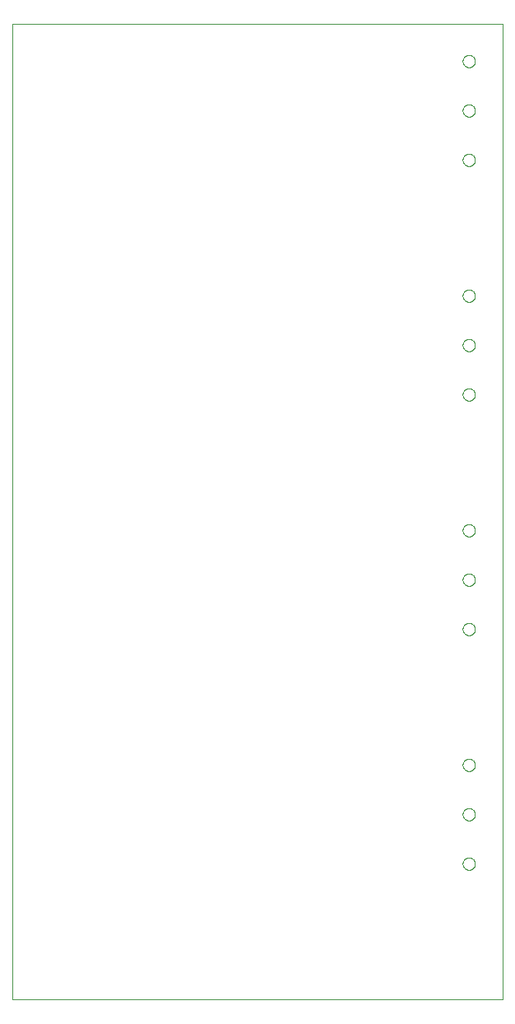
<source format=gbr>
G04 EAGLE Gerber RS-274X export*
G75*
%MOMM*%
%FSLAX34Y34*%
%LPD*%
%IN*%
%IPPOS*%
%AMOC8*
5,1,8,0,0,1.08239X$1,22.5*%
G01*
%ADD10C,0.000000*%


D10*
X431800Y0D02*
X936500Y0D01*
X936500Y1003200D01*
X431800Y1003200D01*
X431800Y0D01*
X895350Y965200D02*
X895352Y965359D01*
X895358Y965518D01*
X895368Y965676D01*
X895382Y965835D01*
X895400Y965993D01*
X895421Y966150D01*
X895447Y966307D01*
X895477Y966463D01*
X895510Y966619D01*
X895548Y966773D01*
X895589Y966927D01*
X895634Y967079D01*
X895683Y967230D01*
X895736Y967380D01*
X895792Y967529D01*
X895853Y967676D01*
X895916Y967821D01*
X895984Y967965D01*
X896055Y968108D01*
X896129Y968248D01*
X896207Y968386D01*
X896289Y968523D01*
X896374Y968657D01*
X896462Y968790D01*
X896553Y968920D01*
X896648Y969047D01*
X896746Y969172D01*
X896847Y969295D01*
X896951Y969415D01*
X897058Y969533D01*
X897168Y969648D01*
X897281Y969760D01*
X897396Y969869D01*
X897514Y969975D01*
X897635Y970079D01*
X897759Y970179D01*
X897884Y970276D01*
X898013Y970370D01*
X898143Y970460D01*
X898276Y970548D01*
X898411Y970632D01*
X898548Y970712D01*
X898687Y970790D01*
X898828Y970863D01*
X898970Y970933D01*
X899115Y971000D01*
X899261Y971063D01*
X899408Y971122D01*
X899557Y971178D01*
X899708Y971229D01*
X899859Y971277D01*
X900012Y971321D01*
X900166Y971362D01*
X900320Y971398D01*
X900476Y971431D01*
X900632Y971460D01*
X900789Y971484D01*
X900947Y971505D01*
X901105Y971522D01*
X901263Y971535D01*
X901422Y971544D01*
X901581Y971549D01*
X901740Y971550D01*
X901899Y971547D01*
X902057Y971540D01*
X902216Y971529D01*
X902374Y971514D01*
X902532Y971495D01*
X902689Y971472D01*
X902846Y971446D01*
X903002Y971415D01*
X903157Y971381D01*
X903311Y971342D01*
X903465Y971300D01*
X903617Y971254D01*
X903768Y971204D01*
X903917Y971150D01*
X904066Y971093D01*
X904212Y971032D01*
X904358Y970967D01*
X904501Y970899D01*
X904643Y970827D01*
X904783Y970751D01*
X904921Y970673D01*
X905057Y970590D01*
X905191Y970505D01*
X905322Y970416D01*
X905452Y970323D01*
X905579Y970228D01*
X905703Y970129D01*
X905826Y970027D01*
X905945Y969923D01*
X906062Y969815D01*
X906176Y969704D01*
X906287Y969591D01*
X906396Y969475D01*
X906501Y969356D01*
X906604Y969234D01*
X906703Y969110D01*
X906800Y968984D01*
X906893Y968855D01*
X906983Y968724D01*
X907069Y968590D01*
X907152Y968455D01*
X907232Y968317D01*
X907308Y968178D01*
X907381Y968037D01*
X907450Y967894D01*
X907516Y967749D01*
X907578Y967602D01*
X907636Y967455D01*
X907691Y967305D01*
X907742Y967155D01*
X907789Y967003D01*
X907832Y966850D01*
X907871Y966696D01*
X907907Y966541D01*
X907938Y966385D01*
X907966Y966229D01*
X907990Y966072D01*
X908010Y965914D01*
X908026Y965756D01*
X908038Y965597D01*
X908046Y965438D01*
X908050Y965279D01*
X908050Y965121D01*
X908046Y964962D01*
X908038Y964803D01*
X908026Y964644D01*
X908010Y964486D01*
X907990Y964328D01*
X907966Y964171D01*
X907938Y964015D01*
X907907Y963859D01*
X907871Y963704D01*
X907832Y963550D01*
X907789Y963397D01*
X907742Y963245D01*
X907691Y963095D01*
X907636Y962945D01*
X907578Y962798D01*
X907516Y962651D01*
X907450Y962506D01*
X907381Y962363D01*
X907308Y962222D01*
X907232Y962083D01*
X907152Y961945D01*
X907069Y961810D01*
X906983Y961676D01*
X906893Y961545D01*
X906800Y961416D01*
X906703Y961290D01*
X906604Y961166D01*
X906501Y961044D01*
X906396Y960925D01*
X906287Y960809D01*
X906176Y960696D01*
X906062Y960585D01*
X905945Y960477D01*
X905826Y960373D01*
X905703Y960271D01*
X905579Y960172D01*
X905452Y960077D01*
X905322Y959984D01*
X905191Y959895D01*
X905057Y959810D01*
X904921Y959727D01*
X904783Y959649D01*
X904643Y959573D01*
X904501Y959501D01*
X904358Y959433D01*
X904212Y959368D01*
X904066Y959307D01*
X903917Y959250D01*
X903768Y959196D01*
X903617Y959146D01*
X903465Y959100D01*
X903311Y959058D01*
X903157Y959019D01*
X903002Y958985D01*
X902846Y958954D01*
X902689Y958928D01*
X902532Y958905D01*
X902374Y958886D01*
X902216Y958871D01*
X902057Y958860D01*
X901899Y958853D01*
X901740Y958850D01*
X901581Y958851D01*
X901422Y958856D01*
X901263Y958865D01*
X901105Y958878D01*
X900947Y958895D01*
X900789Y958916D01*
X900632Y958940D01*
X900476Y958969D01*
X900320Y959002D01*
X900166Y959038D01*
X900012Y959079D01*
X899859Y959123D01*
X899708Y959171D01*
X899557Y959222D01*
X899408Y959278D01*
X899261Y959337D01*
X899115Y959400D01*
X898970Y959467D01*
X898828Y959537D01*
X898687Y959610D01*
X898548Y959688D01*
X898411Y959768D01*
X898276Y959852D01*
X898143Y959940D01*
X898013Y960030D01*
X897884Y960124D01*
X897759Y960221D01*
X897635Y960321D01*
X897514Y960425D01*
X897396Y960531D01*
X897281Y960640D01*
X897168Y960752D01*
X897058Y960867D01*
X896951Y960985D01*
X896847Y961105D01*
X896746Y961228D01*
X896648Y961353D01*
X896553Y961480D01*
X896462Y961610D01*
X896374Y961743D01*
X896289Y961877D01*
X896207Y962014D01*
X896129Y962152D01*
X896055Y962292D01*
X895984Y962435D01*
X895916Y962579D01*
X895853Y962724D01*
X895792Y962871D01*
X895736Y963020D01*
X895683Y963170D01*
X895634Y963321D01*
X895589Y963473D01*
X895548Y963627D01*
X895510Y963781D01*
X895477Y963937D01*
X895447Y964093D01*
X895421Y964250D01*
X895400Y964407D01*
X895382Y964565D01*
X895368Y964724D01*
X895358Y964882D01*
X895352Y965041D01*
X895350Y965200D01*
X895350Y914400D02*
X895352Y914559D01*
X895358Y914718D01*
X895368Y914876D01*
X895382Y915035D01*
X895400Y915193D01*
X895421Y915350D01*
X895447Y915507D01*
X895477Y915663D01*
X895510Y915819D01*
X895548Y915973D01*
X895589Y916127D01*
X895634Y916279D01*
X895683Y916430D01*
X895736Y916580D01*
X895792Y916729D01*
X895853Y916876D01*
X895916Y917021D01*
X895984Y917165D01*
X896055Y917308D01*
X896129Y917448D01*
X896207Y917586D01*
X896289Y917723D01*
X896374Y917857D01*
X896462Y917990D01*
X896553Y918120D01*
X896648Y918247D01*
X896746Y918372D01*
X896847Y918495D01*
X896951Y918615D01*
X897058Y918733D01*
X897168Y918848D01*
X897281Y918960D01*
X897396Y919069D01*
X897514Y919175D01*
X897635Y919279D01*
X897759Y919379D01*
X897884Y919476D01*
X898013Y919570D01*
X898143Y919660D01*
X898276Y919748D01*
X898411Y919832D01*
X898548Y919912D01*
X898687Y919990D01*
X898828Y920063D01*
X898970Y920133D01*
X899115Y920200D01*
X899261Y920263D01*
X899408Y920322D01*
X899557Y920378D01*
X899708Y920429D01*
X899859Y920477D01*
X900012Y920521D01*
X900166Y920562D01*
X900320Y920598D01*
X900476Y920631D01*
X900632Y920660D01*
X900789Y920684D01*
X900947Y920705D01*
X901105Y920722D01*
X901263Y920735D01*
X901422Y920744D01*
X901581Y920749D01*
X901740Y920750D01*
X901899Y920747D01*
X902057Y920740D01*
X902216Y920729D01*
X902374Y920714D01*
X902532Y920695D01*
X902689Y920672D01*
X902846Y920646D01*
X903002Y920615D01*
X903157Y920581D01*
X903311Y920542D01*
X903465Y920500D01*
X903617Y920454D01*
X903768Y920404D01*
X903917Y920350D01*
X904066Y920293D01*
X904212Y920232D01*
X904358Y920167D01*
X904501Y920099D01*
X904643Y920027D01*
X904783Y919951D01*
X904921Y919873D01*
X905057Y919790D01*
X905191Y919705D01*
X905322Y919616D01*
X905452Y919523D01*
X905579Y919428D01*
X905703Y919329D01*
X905826Y919227D01*
X905945Y919123D01*
X906062Y919015D01*
X906176Y918904D01*
X906287Y918791D01*
X906396Y918675D01*
X906501Y918556D01*
X906604Y918434D01*
X906703Y918310D01*
X906800Y918184D01*
X906893Y918055D01*
X906983Y917924D01*
X907069Y917790D01*
X907152Y917655D01*
X907232Y917517D01*
X907308Y917378D01*
X907381Y917237D01*
X907450Y917094D01*
X907516Y916949D01*
X907578Y916802D01*
X907636Y916655D01*
X907691Y916505D01*
X907742Y916355D01*
X907789Y916203D01*
X907832Y916050D01*
X907871Y915896D01*
X907907Y915741D01*
X907938Y915585D01*
X907966Y915429D01*
X907990Y915272D01*
X908010Y915114D01*
X908026Y914956D01*
X908038Y914797D01*
X908046Y914638D01*
X908050Y914479D01*
X908050Y914321D01*
X908046Y914162D01*
X908038Y914003D01*
X908026Y913844D01*
X908010Y913686D01*
X907990Y913528D01*
X907966Y913371D01*
X907938Y913215D01*
X907907Y913059D01*
X907871Y912904D01*
X907832Y912750D01*
X907789Y912597D01*
X907742Y912445D01*
X907691Y912295D01*
X907636Y912145D01*
X907578Y911998D01*
X907516Y911851D01*
X907450Y911706D01*
X907381Y911563D01*
X907308Y911422D01*
X907232Y911283D01*
X907152Y911145D01*
X907069Y911010D01*
X906983Y910876D01*
X906893Y910745D01*
X906800Y910616D01*
X906703Y910490D01*
X906604Y910366D01*
X906501Y910244D01*
X906396Y910125D01*
X906287Y910009D01*
X906176Y909896D01*
X906062Y909785D01*
X905945Y909677D01*
X905826Y909573D01*
X905703Y909471D01*
X905579Y909372D01*
X905452Y909277D01*
X905322Y909184D01*
X905191Y909095D01*
X905057Y909010D01*
X904921Y908927D01*
X904783Y908849D01*
X904643Y908773D01*
X904501Y908701D01*
X904358Y908633D01*
X904212Y908568D01*
X904066Y908507D01*
X903917Y908450D01*
X903768Y908396D01*
X903617Y908346D01*
X903465Y908300D01*
X903311Y908258D01*
X903157Y908219D01*
X903002Y908185D01*
X902846Y908154D01*
X902689Y908128D01*
X902532Y908105D01*
X902374Y908086D01*
X902216Y908071D01*
X902057Y908060D01*
X901899Y908053D01*
X901740Y908050D01*
X901581Y908051D01*
X901422Y908056D01*
X901263Y908065D01*
X901105Y908078D01*
X900947Y908095D01*
X900789Y908116D01*
X900632Y908140D01*
X900476Y908169D01*
X900320Y908202D01*
X900166Y908238D01*
X900012Y908279D01*
X899859Y908323D01*
X899708Y908371D01*
X899557Y908422D01*
X899408Y908478D01*
X899261Y908537D01*
X899115Y908600D01*
X898970Y908667D01*
X898828Y908737D01*
X898687Y908810D01*
X898548Y908888D01*
X898411Y908968D01*
X898276Y909052D01*
X898143Y909140D01*
X898013Y909230D01*
X897884Y909324D01*
X897759Y909421D01*
X897635Y909521D01*
X897514Y909625D01*
X897396Y909731D01*
X897281Y909840D01*
X897168Y909952D01*
X897058Y910067D01*
X896951Y910185D01*
X896847Y910305D01*
X896746Y910428D01*
X896648Y910553D01*
X896553Y910680D01*
X896462Y910810D01*
X896374Y910943D01*
X896289Y911077D01*
X896207Y911214D01*
X896129Y911352D01*
X896055Y911492D01*
X895984Y911635D01*
X895916Y911779D01*
X895853Y911924D01*
X895792Y912071D01*
X895736Y912220D01*
X895683Y912370D01*
X895634Y912521D01*
X895589Y912673D01*
X895548Y912827D01*
X895510Y912981D01*
X895477Y913137D01*
X895447Y913293D01*
X895421Y913450D01*
X895400Y913607D01*
X895382Y913765D01*
X895368Y913924D01*
X895358Y914082D01*
X895352Y914241D01*
X895350Y914400D01*
X895350Y863600D02*
X895352Y863759D01*
X895358Y863918D01*
X895368Y864076D01*
X895382Y864235D01*
X895400Y864393D01*
X895421Y864550D01*
X895447Y864707D01*
X895477Y864863D01*
X895510Y865019D01*
X895548Y865173D01*
X895589Y865327D01*
X895634Y865479D01*
X895683Y865630D01*
X895736Y865780D01*
X895792Y865929D01*
X895853Y866076D01*
X895916Y866221D01*
X895984Y866365D01*
X896055Y866508D01*
X896129Y866648D01*
X896207Y866786D01*
X896289Y866923D01*
X896374Y867057D01*
X896462Y867190D01*
X896553Y867320D01*
X896648Y867447D01*
X896746Y867572D01*
X896847Y867695D01*
X896951Y867815D01*
X897058Y867933D01*
X897168Y868048D01*
X897281Y868160D01*
X897396Y868269D01*
X897514Y868375D01*
X897635Y868479D01*
X897759Y868579D01*
X897884Y868676D01*
X898013Y868770D01*
X898143Y868860D01*
X898276Y868948D01*
X898411Y869032D01*
X898548Y869112D01*
X898687Y869190D01*
X898828Y869263D01*
X898970Y869333D01*
X899115Y869400D01*
X899261Y869463D01*
X899408Y869522D01*
X899557Y869578D01*
X899708Y869629D01*
X899859Y869677D01*
X900012Y869721D01*
X900166Y869762D01*
X900320Y869798D01*
X900476Y869831D01*
X900632Y869860D01*
X900789Y869884D01*
X900947Y869905D01*
X901105Y869922D01*
X901263Y869935D01*
X901422Y869944D01*
X901581Y869949D01*
X901740Y869950D01*
X901899Y869947D01*
X902057Y869940D01*
X902216Y869929D01*
X902374Y869914D01*
X902532Y869895D01*
X902689Y869872D01*
X902846Y869846D01*
X903002Y869815D01*
X903157Y869781D01*
X903311Y869742D01*
X903465Y869700D01*
X903617Y869654D01*
X903768Y869604D01*
X903917Y869550D01*
X904066Y869493D01*
X904212Y869432D01*
X904358Y869367D01*
X904501Y869299D01*
X904643Y869227D01*
X904783Y869151D01*
X904921Y869073D01*
X905057Y868990D01*
X905191Y868905D01*
X905322Y868816D01*
X905452Y868723D01*
X905579Y868628D01*
X905703Y868529D01*
X905826Y868427D01*
X905945Y868323D01*
X906062Y868215D01*
X906176Y868104D01*
X906287Y867991D01*
X906396Y867875D01*
X906501Y867756D01*
X906604Y867634D01*
X906703Y867510D01*
X906800Y867384D01*
X906893Y867255D01*
X906983Y867124D01*
X907069Y866990D01*
X907152Y866855D01*
X907232Y866717D01*
X907308Y866578D01*
X907381Y866437D01*
X907450Y866294D01*
X907516Y866149D01*
X907578Y866002D01*
X907636Y865855D01*
X907691Y865705D01*
X907742Y865555D01*
X907789Y865403D01*
X907832Y865250D01*
X907871Y865096D01*
X907907Y864941D01*
X907938Y864785D01*
X907966Y864629D01*
X907990Y864472D01*
X908010Y864314D01*
X908026Y864156D01*
X908038Y863997D01*
X908046Y863838D01*
X908050Y863679D01*
X908050Y863521D01*
X908046Y863362D01*
X908038Y863203D01*
X908026Y863044D01*
X908010Y862886D01*
X907990Y862728D01*
X907966Y862571D01*
X907938Y862415D01*
X907907Y862259D01*
X907871Y862104D01*
X907832Y861950D01*
X907789Y861797D01*
X907742Y861645D01*
X907691Y861495D01*
X907636Y861345D01*
X907578Y861198D01*
X907516Y861051D01*
X907450Y860906D01*
X907381Y860763D01*
X907308Y860622D01*
X907232Y860483D01*
X907152Y860345D01*
X907069Y860210D01*
X906983Y860076D01*
X906893Y859945D01*
X906800Y859816D01*
X906703Y859690D01*
X906604Y859566D01*
X906501Y859444D01*
X906396Y859325D01*
X906287Y859209D01*
X906176Y859096D01*
X906062Y858985D01*
X905945Y858877D01*
X905826Y858773D01*
X905703Y858671D01*
X905579Y858572D01*
X905452Y858477D01*
X905322Y858384D01*
X905191Y858295D01*
X905057Y858210D01*
X904921Y858127D01*
X904783Y858049D01*
X904643Y857973D01*
X904501Y857901D01*
X904358Y857833D01*
X904212Y857768D01*
X904066Y857707D01*
X903917Y857650D01*
X903768Y857596D01*
X903617Y857546D01*
X903465Y857500D01*
X903311Y857458D01*
X903157Y857419D01*
X903002Y857385D01*
X902846Y857354D01*
X902689Y857328D01*
X902532Y857305D01*
X902374Y857286D01*
X902216Y857271D01*
X902057Y857260D01*
X901899Y857253D01*
X901740Y857250D01*
X901581Y857251D01*
X901422Y857256D01*
X901263Y857265D01*
X901105Y857278D01*
X900947Y857295D01*
X900789Y857316D01*
X900632Y857340D01*
X900476Y857369D01*
X900320Y857402D01*
X900166Y857438D01*
X900012Y857479D01*
X899859Y857523D01*
X899708Y857571D01*
X899557Y857622D01*
X899408Y857678D01*
X899261Y857737D01*
X899115Y857800D01*
X898970Y857867D01*
X898828Y857937D01*
X898687Y858010D01*
X898548Y858088D01*
X898411Y858168D01*
X898276Y858252D01*
X898143Y858340D01*
X898013Y858430D01*
X897884Y858524D01*
X897759Y858621D01*
X897635Y858721D01*
X897514Y858825D01*
X897396Y858931D01*
X897281Y859040D01*
X897168Y859152D01*
X897058Y859267D01*
X896951Y859385D01*
X896847Y859505D01*
X896746Y859628D01*
X896648Y859753D01*
X896553Y859880D01*
X896462Y860010D01*
X896374Y860143D01*
X896289Y860277D01*
X896207Y860414D01*
X896129Y860552D01*
X896055Y860692D01*
X895984Y860835D01*
X895916Y860979D01*
X895853Y861124D01*
X895792Y861271D01*
X895736Y861420D01*
X895683Y861570D01*
X895634Y861721D01*
X895589Y861873D01*
X895548Y862027D01*
X895510Y862181D01*
X895477Y862337D01*
X895447Y862493D01*
X895421Y862650D01*
X895400Y862807D01*
X895382Y862965D01*
X895368Y863124D01*
X895358Y863282D01*
X895352Y863441D01*
X895350Y863600D01*
X895350Y723900D02*
X895352Y724059D01*
X895358Y724218D01*
X895368Y724376D01*
X895382Y724535D01*
X895400Y724693D01*
X895421Y724850D01*
X895447Y725007D01*
X895477Y725163D01*
X895510Y725319D01*
X895548Y725473D01*
X895589Y725627D01*
X895634Y725779D01*
X895683Y725930D01*
X895736Y726080D01*
X895792Y726229D01*
X895853Y726376D01*
X895916Y726521D01*
X895984Y726665D01*
X896055Y726808D01*
X896129Y726948D01*
X896207Y727086D01*
X896289Y727223D01*
X896374Y727357D01*
X896462Y727490D01*
X896553Y727620D01*
X896648Y727747D01*
X896746Y727872D01*
X896847Y727995D01*
X896951Y728115D01*
X897058Y728233D01*
X897168Y728348D01*
X897281Y728460D01*
X897396Y728569D01*
X897514Y728675D01*
X897635Y728779D01*
X897759Y728879D01*
X897884Y728976D01*
X898013Y729070D01*
X898143Y729160D01*
X898276Y729248D01*
X898411Y729332D01*
X898548Y729412D01*
X898687Y729490D01*
X898828Y729563D01*
X898970Y729633D01*
X899115Y729700D01*
X899261Y729763D01*
X899408Y729822D01*
X899557Y729878D01*
X899708Y729929D01*
X899859Y729977D01*
X900012Y730021D01*
X900166Y730062D01*
X900320Y730098D01*
X900476Y730131D01*
X900632Y730160D01*
X900789Y730184D01*
X900947Y730205D01*
X901105Y730222D01*
X901263Y730235D01*
X901422Y730244D01*
X901581Y730249D01*
X901740Y730250D01*
X901899Y730247D01*
X902057Y730240D01*
X902216Y730229D01*
X902374Y730214D01*
X902532Y730195D01*
X902689Y730172D01*
X902846Y730146D01*
X903002Y730115D01*
X903157Y730081D01*
X903311Y730042D01*
X903465Y730000D01*
X903617Y729954D01*
X903768Y729904D01*
X903917Y729850D01*
X904066Y729793D01*
X904212Y729732D01*
X904358Y729667D01*
X904501Y729599D01*
X904643Y729527D01*
X904783Y729451D01*
X904921Y729373D01*
X905057Y729290D01*
X905191Y729205D01*
X905322Y729116D01*
X905452Y729023D01*
X905579Y728928D01*
X905703Y728829D01*
X905826Y728727D01*
X905945Y728623D01*
X906062Y728515D01*
X906176Y728404D01*
X906287Y728291D01*
X906396Y728175D01*
X906501Y728056D01*
X906604Y727934D01*
X906703Y727810D01*
X906800Y727684D01*
X906893Y727555D01*
X906983Y727424D01*
X907069Y727290D01*
X907152Y727155D01*
X907232Y727017D01*
X907308Y726878D01*
X907381Y726737D01*
X907450Y726594D01*
X907516Y726449D01*
X907578Y726302D01*
X907636Y726155D01*
X907691Y726005D01*
X907742Y725855D01*
X907789Y725703D01*
X907832Y725550D01*
X907871Y725396D01*
X907907Y725241D01*
X907938Y725085D01*
X907966Y724929D01*
X907990Y724772D01*
X908010Y724614D01*
X908026Y724456D01*
X908038Y724297D01*
X908046Y724138D01*
X908050Y723979D01*
X908050Y723821D01*
X908046Y723662D01*
X908038Y723503D01*
X908026Y723344D01*
X908010Y723186D01*
X907990Y723028D01*
X907966Y722871D01*
X907938Y722715D01*
X907907Y722559D01*
X907871Y722404D01*
X907832Y722250D01*
X907789Y722097D01*
X907742Y721945D01*
X907691Y721795D01*
X907636Y721645D01*
X907578Y721498D01*
X907516Y721351D01*
X907450Y721206D01*
X907381Y721063D01*
X907308Y720922D01*
X907232Y720783D01*
X907152Y720645D01*
X907069Y720510D01*
X906983Y720376D01*
X906893Y720245D01*
X906800Y720116D01*
X906703Y719990D01*
X906604Y719866D01*
X906501Y719744D01*
X906396Y719625D01*
X906287Y719509D01*
X906176Y719396D01*
X906062Y719285D01*
X905945Y719177D01*
X905826Y719073D01*
X905703Y718971D01*
X905579Y718872D01*
X905452Y718777D01*
X905322Y718684D01*
X905191Y718595D01*
X905057Y718510D01*
X904921Y718427D01*
X904783Y718349D01*
X904643Y718273D01*
X904501Y718201D01*
X904358Y718133D01*
X904212Y718068D01*
X904066Y718007D01*
X903917Y717950D01*
X903768Y717896D01*
X903617Y717846D01*
X903465Y717800D01*
X903311Y717758D01*
X903157Y717719D01*
X903002Y717685D01*
X902846Y717654D01*
X902689Y717628D01*
X902532Y717605D01*
X902374Y717586D01*
X902216Y717571D01*
X902057Y717560D01*
X901899Y717553D01*
X901740Y717550D01*
X901581Y717551D01*
X901422Y717556D01*
X901263Y717565D01*
X901105Y717578D01*
X900947Y717595D01*
X900789Y717616D01*
X900632Y717640D01*
X900476Y717669D01*
X900320Y717702D01*
X900166Y717738D01*
X900012Y717779D01*
X899859Y717823D01*
X899708Y717871D01*
X899557Y717922D01*
X899408Y717978D01*
X899261Y718037D01*
X899115Y718100D01*
X898970Y718167D01*
X898828Y718237D01*
X898687Y718310D01*
X898548Y718388D01*
X898411Y718468D01*
X898276Y718552D01*
X898143Y718640D01*
X898013Y718730D01*
X897884Y718824D01*
X897759Y718921D01*
X897635Y719021D01*
X897514Y719125D01*
X897396Y719231D01*
X897281Y719340D01*
X897168Y719452D01*
X897058Y719567D01*
X896951Y719685D01*
X896847Y719805D01*
X896746Y719928D01*
X896648Y720053D01*
X896553Y720180D01*
X896462Y720310D01*
X896374Y720443D01*
X896289Y720577D01*
X896207Y720714D01*
X896129Y720852D01*
X896055Y720992D01*
X895984Y721135D01*
X895916Y721279D01*
X895853Y721424D01*
X895792Y721571D01*
X895736Y721720D01*
X895683Y721870D01*
X895634Y722021D01*
X895589Y722173D01*
X895548Y722327D01*
X895510Y722481D01*
X895477Y722637D01*
X895447Y722793D01*
X895421Y722950D01*
X895400Y723107D01*
X895382Y723265D01*
X895368Y723424D01*
X895358Y723582D01*
X895352Y723741D01*
X895350Y723900D01*
X895350Y673100D02*
X895352Y673259D01*
X895358Y673418D01*
X895368Y673576D01*
X895382Y673735D01*
X895400Y673893D01*
X895421Y674050D01*
X895447Y674207D01*
X895477Y674363D01*
X895510Y674519D01*
X895548Y674673D01*
X895589Y674827D01*
X895634Y674979D01*
X895683Y675130D01*
X895736Y675280D01*
X895792Y675429D01*
X895853Y675576D01*
X895916Y675721D01*
X895984Y675865D01*
X896055Y676008D01*
X896129Y676148D01*
X896207Y676286D01*
X896289Y676423D01*
X896374Y676557D01*
X896462Y676690D01*
X896553Y676820D01*
X896648Y676947D01*
X896746Y677072D01*
X896847Y677195D01*
X896951Y677315D01*
X897058Y677433D01*
X897168Y677548D01*
X897281Y677660D01*
X897396Y677769D01*
X897514Y677875D01*
X897635Y677979D01*
X897759Y678079D01*
X897884Y678176D01*
X898013Y678270D01*
X898143Y678360D01*
X898276Y678448D01*
X898411Y678532D01*
X898548Y678612D01*
X898687Y678690D01*
X898828Y678763D01*
X898970Y678833D01*
X899115Y678900D01*
X899261Y678963D01*
X899408Y679022D01*
X899557Y679078D01*
X899708Y679129D01*
X899859Y679177D01*
X900012Y679221D01*
X900166Y679262D01*
X900320Y679298D01*
X900476Y679331D01*
X900632Y679360D01*
X900789Y679384D01*
X900947Y679405D01*
X901105Y679422D01*
X901263Y679435D01*
X901422Y679444D01*
X901581Y679449D01*
X901740Y679450D01*
X901899Y679447D01*
X902057Y679440D01*
X902216Y679429D01*
X902374Y679414D01*
X902532Y679395D01*
X902689Y679372D01*
X902846Y679346D01*
X903002Y679315D01*
X903157Y679281D01*
X903311Y679242D01*
X903465Y679200D01*
X903617Y679154D01*
X903768Y679104D01*
X903917Y679050D01*
X904066Y678993D01*
X904212Y678932D01*
X904358Y678867D01*
X904501Y678799D01*
X904643Y678727D01*
X904783Y678651D01*
X904921Y678573D01*
X905057Y678490D01*
X905191Y678405D01*
X905322Y678316D01*
X905452Y678223D01*
X905579Y678128D01*
X905703Y678029D01*
X905826Y677927D01*
X905945Y677823D01*
X906062Y677715D01*
X906176Y677604D01*
X906287Y677491D01*
X906396Y677375D01*
X906501Y677256D01*
X906604Y677134D01*
X906703Y677010D01*
X906800Y676884D01*
X906893Y676755D01*
X906983Y676624D01*
X907069Y676490D01*
X907152Y676355D01*
X907232Y676217D01*
X907308Y676078D01*
X907381Y675937D01*
X907450Y675794D01*
X907516Y675649D01*
X907578Y675502D01*
X907636Y675355D01*
X907691Y675205D01*
X907742Y675055D01*
X907789Y674903D01*
X907832Y674750D01*
X907871Y674596D01*
X907907Y674441D01*
X907938Y674285D01*
X907966Y674129D01*
X907990Y673972D01*
X908010Y673814D01*
X908026Y673656D01*
X908038Y673497D01*
X908046Y673338D01*
X908050Y673179D01*
X908050Y673021D01*
X908046Y672862D01*
X908038Y672703D01*
X908026Y672544D01*
X908010Y672386D01*
X907990Y672228D01*
X907966Y672071D01*
X907938Y671915D01*
X907907Y671759D01*
X907871Y671604D01*
X907832Y671450D01*
X907789Y671297D01*
X907742Y671145D01*
X907691Y670995D01*
X907636Y670845D01*
X907578Y670698D01*
X907516Y670551D01*
X907450Y670406D01*
X907381Y670263D01*
X907308Y670122D01*
X907232Y669983D01*
X907152Y669845D01*
X907069Y669710D01*
X906983Y669576D01*
X906893Y669445D01*
X906800Y669316D01*
X906703Y669190D01*
X906604Y669066D01*
X906501Y668944D01*
X906396Y668825D01*
X906287Y668709D01*
X906176Y668596D01*
X906062Y668485D01*
X905945Y668377D01*
X905826Y668273D01*
X905703Y668171D01*
X905579Y668072D01*
X905452Y667977D01*
X905322Y667884D01*
X905191Y667795D01*
X905057Y667710D01*
X904921Y667627D01*
X904783Y667549D01*
X904643Y667473D01*
X904501Y667401D01*
X904358Y667333D01*
X904212Y667268D01*
X904066Y667207D01*
X903917Y667150D01*
X903768Y667096D01*
X903617Y667046D01*
X903465Y667000D01*
X903311Y666958D01*
X903157Y666919D01*
X903002Y666885D01*
X902846Y666854D01*
X902689Y666828D01*
X902532Y666805D01*
X902374Y666786D01*
X902216Y666771D01*
X902057Y666760D01*
X901899Y666753D01*
X901740Y666750D01*
X901581Y666751D01*
X901422Y666756D01*
X901263Y666765D01*
X901105Y666778D01*
X900947Y666795D01*
X900789Y666816D01*
X900632Y666840D01*
X900476Y666869D01*
X900320Y666902D01*
X900166Y666938D01*
X900012Y666979D01*
X899859Y667023D01*
X899708Y667071D01*
X899557Y667122D01*
X899408Y667178D01*
X899261Y667237D01*
X899115Y667300D01*
X898970Y667367D01*
X898828Y667437D01*
X898687Y667510D01*
X898548Y667588D01*
X898411Y667668D01*
X898276Y667752D01*
X898143Y667840D01*
X898013Y667930D01*
X897884Y668024D01*
X897759Y668121D01*
X897635Y668221D01*
X897514Y668325D01*
X897396Y668431D01*
X897281Y668540D01*
X897168Y668652D01*
X897058Y668767D01*
X896951Y668885D01*
X896847Y669005D01*
X896746Y669128D01*
X896648Y669253D01*
X896553Y669380D01*
X896462Y669510D01*
X896374Y669643D01*
X896289Y669777D01*
X896207Y669914D01*
X896129Y670052D01*
X896055Y670192D01*
X895984Y670335D01*
X895916Y670479D01*
X895853Y670624D01*
X895792Y670771D01*
X895736Y670920D01*
X895683Y671070D01*
X895634Y671221D01*
X895589Y671373D01*
X895548Y671527D01*
X895510Y671681D01*
X895477Y671837D01*
X895447Y671993D01*
X895421Y672150D01*
X895400Y672307D01*
X895382Y672465D01*
X895368Y672624D01*
X895358Y672782D01*
X895352Y672941D01*
X895350Y673100D01*
X895350Y622300D02*
X895352Y622459D01*
X895358Y622618D01*
X895368Y622776D01*
X895382Y622935D01*
X895400Y623093D01*
X895421Y623250D01*
X895447Y623407D01*
X895477Y623563D01*
X895510Y623719D01*
X895548Y623873D01*
X895589Y624027D01*
X895634Y624179D01*
X895683Y624330D01*
X895736Y624480D01*
X895792Y624629D01*
X895853Y624776D01*
X895916Y624921D01*
X895984Y625065D01*
X896055Y625208D01*
X896129Y625348D01*
X896207Y625486D01*
X896289Y625623D01*
X896374Y625757D01*
X896462Y625890D01*
X896553Y626020D01*
X896648Y626147D01*
X896746Y626272D01*
X896847Y626395D01*
X896951Y626515D01*
X897058Y626633D01*
X897168Y626748D01*
X897281Y626860D01*
X897396Y626969D01*
X897514Y627075D01*
X897635Y627179D01*
X897759Y627279D01*
X897884Y627376D01*
X898013Y627470D01*
X898143Y627560D01*
X898276Y627648D01*
X898411Y627732D01*
X898548Y627812D01*
X898687Y627890D01*
X898828Y627963D01*
X898970Y628033D01*
X899115Y628100D01*
X899261Y628163D01*
X899408Y628222D01*
X899557Y628278D01*
X899708Y628329D01*
X899859Y628377D01*
X900012Y628421D01*
X900166Y628462D01*
X900320Y628498D01*
X900476Y628531D01*
X900632Y628560D01*
X900789Y628584D01*
X900947Y628605D01*
X901105Y628622D01*
X901263Y628635D01*
X901422Y628644D01*
X901581Y628649D01*
X901740Y628650D01*
X901899Y628647D01*
X902057Y628640D01*
X902216Y628629D01*
X902374Y628614D01*
X902532Y628595D01*
X902689Y628572D01*
X902846Y628546D01*
X903002Y628515D01*
X903157Y628481D01*
X903311Y628442D01*
X903465Y628400D01*
X903617Y628354D01*
X903768Y628304D01*
X903917Y628250D01*
X904066Y628193D01*
X904212Y628132D01*
X904358Y628067D01*
X904501Y627999D01*
X904643Y627927D01*
X904783Y627851D01*
X904921Y627773D01*
X905057Y627690D01*
X905191Y627605D01*
X905322Y627516D01*
X905452Y627423D01*
X905579Y627328D01*
X905703Y627229D01*
X905826Y627127D01*
X905945Y627023D01*
X906062Y626915D01*
X906176Y626804D01*
X906287Y626691D01*
X906396Y626575D01*
X906501Y626456D01*
X906604Y626334D01*
X906703Y626210D01*
X906800Y626084D01*
X906893Y625955D01*
X906983Y625824D01*
X907069Y625690D01*
X907152Y625555D01*
X907232Y625417D01*
X907308Y625278D01*
X907381Y625137D01*
X907450Y624994D01*
X907516Y624849D01*
X907578Y624702D01*
X907636Y624555D01*
X907691Y624405D01*
X907742Y624255D01*
X907789Y624103D01*
X907832Y623950D01*
X907871Y623796D01*
X907907Y623641D01*
X907938Y623485D01*
X907966Y623329D01*
X907990Y623172D01*
X908010Y623014D01*
X908026Y622856D01*
X908038Y622697D01*
X908046Y622538D01*
X908050Y622379D01*
X908050Y622221D01*
X908046Y622062D01*
X908038Y621903D01*
X908026Y621744D01*
X908010Y621586D01*
X907990Y621428D01*
X907966Y621271D01*
X907938Y621115D01*
X907907Y620959D01*
X907871Y620804D01*
X907832Y620650D01*
X907789Y620497D01*
X907742Y620345D01*
X907691Y620195D01*
X907636Y620045D01*
X907578Y619898D01*
X907516Y619751D01*
X907450Y619606D01*
X907381Y619463D01*
X907308Y619322D01*
X907232Y619183D01*
X907152Y619045D01*
X907069Y618910D01*
X906983Y618776D01*
X906893Y618645D01*
X906800Y618516D01*
X906703Y618390D01*
X906604Y618266D01*
X906501Y618144D01*
X906396Y618025D01*
X906287Y617909D01*
X906176Y617796D01*
X906062Y617685D01*
X905945Y617577D01*
X905826Y617473D01*
X905703Y617371D01*
X905579Y617272D01*
X905452Y617177D01*
X905322Y617084D01*
X905191Y616995D01*
X905057Y616910D01*
X904921Y616827D01*
X904783Y616749D01*
X904643Y616673D01*
X904501Y616601D01*
X904358Y616533D01*
X904212Y616468D01*
X904066Y616407D01*
X903917Y616350D01*
X903768Y616296D01*
X903617Y616246D01*
X903465Y616200D01*
X903311Y616158D01*
X903157Y616119D01*
X903002Y616085D01*
X902846Y616054D01*
X902689Y616028D01*
X902532Y616005D01*
X902374Y615986D01*
X902216Y615971D01*
X902057Y615960D01*
X901899Y615953D01*
X901740Y615950D01*
X901581Y615951D01*
X901422Y615956D01*
X901263Y615965D01*
X901105Y615978D01*
X900947Y615995D01*
X900789Y616016D01*
X900632Y616040D01*
X900476Y616069D01*
X900320Y616102D01*
X900166Y616138D01*
X900012Y616179D01*
X899859Y616223D01*
X899708Y616271D01*
X899557Y616322D01*
X899408Y616378D01*
X899261Y616437D01*
X899115Y616500D01*
X898970Y616567D01*
X898828Y616637D01*
X898687Y616710D01*
X898548Y616788D01*
X898411Y616868D01*
X898276Y616952D01*
X898143Y617040D01*
X898013Y617130D01*
X897884Y617224D01*
X897759Y617321D01*
X897635Y617421D01*
X897514Y617525D01*
X897396Y617631D01*
X897281Y617740D01*
X897168Y617852D01*
X897058Y617967D01*
X896951Y618085D01*
X896847Y618205D01*
X896746Y618328D01*
X896648Y618453D01*
X896553Y618580D01*
X896462Y618710D01*
X896374Y618843D01*
X896289Y618977D01*
X896207Y619114D01*
X896129Y619252D01*
X896055Y619392D01*
X895984Y619535D01*
X895916Y619679D01*
X895853Y619824D01*
X895792Y619971D01*
X895736Y620120D01*
X895683Y620270D01*
X895634Y620421D01*
X895589Y620573D01*
X895548Y620727D01*
X895510Y620881D01*
X895477Y621037D01*
X895447Y621193D01*
X895421Y621350D01*
X895400Y621507D01*
X895382Y621665D01*
X895368Y621824D01*
X895358Y621982D01*
X895352Y622141D01*
X895350Y622300D01*
X895350Y482600D02*
X895352Y482759D01*
X895358Y482918D01*
X895368Y483076D01*
X895382Y483235D01*
X895400Y483393D01*
X895421Y483550D01*
X895447Y483707D01*
X895477Y483863D01*
X895510Y484019D01*
X895548Y484173D01*
X895589Y484327D01*
X895634Y484479D01*
X895683Y484630D01*
X895736Y484780D01*
X895792Y484929D01*
X895853Y485076D01*
X895916Y485221D01*
X895984Y485365D01*
X896055Y485508D01*
X896129Y485648D01*
X896207Y485786D01*
X896289Y485923D01*
X896374Y486057D01*
X896462Y486190D01*
X896553Y486320D01*
X896648Y486447D01*
X896746Y486572D01*
X896847Y486695D01*
X896951Y486815D01*
X897058Y486933D01*
X897168Y487048D01*
X897281Y487160D01*
X897396Y487269D01*
X897514Y487375D01*
X897635Y487479D01*
X897759Y487579D01*
X897884Y487676D01*
X898013Y487770D01*
X898143Y487860D01*
X898276Y487948D01*
X898411Y488032D01*
X898548Y488112D01*
X898687Y488190D01*
X898828Y488263D01*
X898970Y488333D01*
X899115Y488400D01*
X899261Y488463D01*
X899408Y488522D01*
X899557Y488578D01*
X899708Y488629D01*
X899859Y488677D01*
X900012Y488721D01*
X900166Y488762D01*
X900320Y488798D01*
X900476Y488831D01*
X900632Y488860D01*
X900789Y488884D01*
X900947Y488905D01*
X901105Y488922D01*
X901263Y488935D01*
X901422Y488944D01*
X901581Y488949D01*
X901740Y488950D01*
X901899Y488947D01*
X902057Y488940D01*
X902216Y488929D01*
X902374Y488914D01*
X902532Y488895D01*
X902689Y488872D01*
X902846Y488846D01*
X903002Y488815D01*
X903157Y488781D01*
X903311Y488742D01*
X903465Y488700D01*
X903617Y488654D01*
X903768Y488604D01*
X903917Y488550D01*
X904066Y488493D01*
X904212Y488432D01*
X904358Y488367D01*
X904501Y488299D01*
X904643Y488227D01*
X904783Y488151D01*
X904921Y488073D01*
X905057Y487990D01*
X905191Y487905D01*
X905322Y487816D01*
X905452Y487723D01*
X905579Y487628D01*
X905703Y487529D01*
X905826Y487427D01*
X905945Y487323D01*
X906062Y487215D01*
X906176Y487104D01*
X906287Y486991D01*
X906396Y486875D01*
X906501Y486756D01*
X906604Y486634D01*
X906703Y486510D01*
X906800Y486384D01*
X906893Y486255D01*
X906983Y486124D01*
X907069Y485990D01*
X907152Y485855D01*
X907232Y485717D01*
X907308Y485578D01*
X907381Y485437D01*
X907450Y485294D01*
X907516Y485149D01*
X907578Y485002D01*
X907636Y484855D01*
X907691Y484705D01*
X907742Y484555D01*
X907789Y484403D01*
X907832Y484250D01*
X907871Y484096D01*
X907907Y483941D01*
X907938Y483785D01*
X907966Y483629D01*
X907990Y483472D01*
X908010Y483314D01*
X908026Y483156D01*
X908038Y482997D01*
X908046Y482838D01*
X908050Y482679D01*
X908050Y482521D01*
X908046Y482362D01*
X908038Y482203D01*
X908026Y482044D01*
X908010Y481886D01*
X907990Y481728D01*
X907966Y481571D01*
X907938Y481415D01*
X907907Y481259D01*
X907871Y481104D01*
X907832Y480950D01*
X907789Y480797D01*
X907742Y480645D01*
X907691Y480495D01*
X907636Y480345D01*
X907578Y480198D01*
X907516Y480051D01*
X907450Y479906D01*
X907381Y479763D01*
X907308Y479622D01*
X907232Y479483D01*
X907152Y479345D01*
X907069Y479210D01*
X906983Y479076D01*
X906893Y478945D01*
X906800Y478816D01*
X906703Y478690D01*
X906604Y478566D01*
X906501Y478444D01*
X906396Y478325D01*
X906287Y478209D01*
X906176Y478096D01*
X906062Y477985D01*
X905945Y477877D01*
X905826Y477773D01*
X905703Y477671D01*
X905579Y477572D01*
X905452Y477477D01*
X905322Y477384D01*
X905191Y477295D01*
X905057Y477210D01*
X904921Y477127D01*
X904783Y477049D01*
X904643Y476973D01*
X904501Y476901D01*
X904358Y476833D01*
X904212Y476768D01*
X904066Y476707D01*
X903917Y476650D01*
X903768Y476596D01*
X903617Y476546D01*
X903465Y476500D01*
X903311Y476458D01*
X903157Y476419D01*
X903002Y476385D01*
X902846Y476354D01*
X902689Y476328D01*
X902532Y476305D01*
X902374Y476286D01*
X902216Y476271D01*
X902057Y476260D01*
X901899Y476253D01*
X901740Y476250D01*
X901581Y476251D01*
X901422Y476256D01*
X901263Y476265D01*
X901105Y476278D01*
X900947Y476295D01*
X900789Y476316D01*
X900632Y476340D01*
X900476Y476369D01*
X900320Y476402D01*
X900166Y476438D01*
X900012Y476479D01*
X899859Y476523D01*
X899708Y476571D01*
X899557Y476622D01*
X899408Y476678D01*
X899261Y476737D01*
X899115Y476800D01*
X898970Y476867D01*
X898828Y476937D01*
X898687Y477010D01*
X898548Y477088D01*
X898411Y477168D01*
X898276Y477252D01*
X898143Y477340D01*
X898013Y477430D01*
X897884Y477524D01*
X897759Y477621D01*
X897635Y477721D01*
X897514Y477825D01*
X897396Y477931D01*
X897281Y478040D01*
X897168Y478152D01*
X897058Y478267D01*
X896951Y478385D01*
X896847Y478505D01*
X896746Y478628D01*
X896648Y478753D01*
X896553Y478880D01*
X896462Y479010D01*
X896374Y479143D01*
X896289Y479277D01*
X896207Y479414D01*
X896129Y479552D01*
X896055Y479692D01*
X895984Y479835D01*
X895916Y479979D01*
X895853Y480124D01*
X895792Y480271D01*
X895736Y480420D01*
X895683Y480570D01*
X895634Y480721D01*
X895589Y480873D01*
X895548Y481027D01*
X895510Y481181D01*
X895477Y481337D01*
X895447Y481493D01*
X895421Y481650D01*
X895400Y481807D01*
X895382Y481965D01*
X895368Y482124D01*
X895358Y482282D01*
X895352Y482441D01*
X895350Y482600D01*
X895350Y431800D02*
X895352Y431959D01*
X895358Y432118D01*
X895368Y432276D01*
X895382Y432435D01*
X895400Y432593D01*
X895421Y432750D01*
X895447Y432907D01*
X895477Y433063D01*
X895510Y433219D01*
X895548Y433373D01*
X895589Y433527D01*
X895634Y433679D01*
X895683Y433830D01*
X895736Y433980D01*
X895792Y434129D01*
X895853Y434276D01*
X895916Y434421D01*
X895984Y434565D01*
X896055Y434708D01*
X896129Y434848D01*
X896207Y434986D01*
X896289Y435123D01*
X896374Y435257D01*
X896462Y435390D01*
X896553Y435520D01*
X896648Y435647D01*
X896746Y435772D01*
X896847Y435895D01*
X896951Y436015D01*
X897058Y436133D01*
X897168Y436248D01*
X897281Y436360D01*
X897396Y436469D01*
X897514Y436575D01*
X897635Y436679D01*
X897759Y436779D01*
X897884Y436876D01*
X898013Y436970D01*
X898143Y437060D01*
X898276Y437148D01*
X898411Y437232D01*
X898548Y437312D01*
X898687Y437390D01*
X898828Y437463D01*
X898970Y437533D01*
X899115Y437600D01*
X899261Y437663D01*
X899408Y437722D01*
X899557Y437778D01*
X899708Y437829D01*
X899859Y437877D01*
X900012Y437921D01*
X900166Y437962D01*
X900320Y437998D01*
X900476Y438031D01*
X900632Y438060D01*
X900789Y438084D01*
X900947Y438105D01*
X901105Y438122D01*
X901263Y438135D01*
X901422Y438144D01*
X901581Y438149D01*
X901740Y438150D01*
X901899Y438147D01*
X902057Y438140D01*
X902216Y438129D01*
X902374Y438114D01*
X902532Y438095D01*
X902689Y438072D01*
X902846Y438046D01*
X903002Y438015D01*
X903157Y437981D01*
X903311Y437942D01*
X903465Y437900D01*
X903617Y437854D01*
X903768Y437804D01*
X903917Y437750D01*
X904066Y437693D01*
X904212Y437632D01*
X904358Y437567D01*
X904501Y437499D01*
X904643Y437427D01*
X904783Y437351D01*
X904921Y437273D01*
X905057Y437190D01*
X905191Y437105D01*
X905322Y437016D01*
X905452Y436923D01*
X905579Y436828D01*
X905703Y436729D01*
X905826Y436627D01*
X905945Y436523D01*
X906062Y436415D01*
X906176Y436304D01*
X906287Y436191D01*
X906396Y436075D01*
X906501Y435956D01*
X906604Y435834D01*
X906703Y435710D01*
X906800Y435584D01*
X906893Y435455D01*
X906983Y435324D01*
X907069Y435190D01*
X907152Y435055D01*
X907232Y434917D01*
X907308Y434778D01*
X907381Y434637D01*
X907450Y434494D01*
X907516Y434349D01*
X907578Y434202D01*
X907636Y434055D01*
X907691Y433905D01*
X907742Y433755D01*
X907789Y433603D01*
X907832Y433450D01*
X907871Y433296D01*
X907907Y433141D01*
X907938Y432985D01*
X907966Y432829D01*
X907990Y432672D01*
X908010Y432514D01*
X908026Y432356D01*
X908038Y432197D01*
X908046Y432038D01*
X908050Y431879D01*
X908050Y431721D01*
X908046Y431562D01*
X908038Y431403D01*
X908026Y431244D01*
X908010Y431086D01*
X907990Y430928D01*
X907966Y430771D01*
X907938Y430615D01*
X907907Y430459D01*
X907871Y430304D01*
X907832Y430150D01*
X907789Y429997D01*
X907742Y429845D01*
X907691Y429695D01*
X907636Y429545D01*
X907578Y429398D01*
X907516Y429251D01*
X907450Y429106D01*
X907381Y428963D01*
X907308Y428822D01*
X907232Y428683D01*
X907152Y428545D01*
X907069Y428410D01*
X906983Y428276D01*
X906893Y428145D01*
X906800Y428016D01*
X906703Y427890D01*
X906604Y427766D01*
X906501Y427644D01*
X906396Y427525D01*
X906287Y427409D01*
X906176Y427296D01*
X906062Y427185D01*
X905945Y427077D01*
X905826Y426973D01*
X905703Y426871D01*
X905579Y426772D01*
X905452Y426677D01*
X905322Y426584D01*
X905191Y426495D01*
X905057Y426410D01*
X904921Y426327D01*
X904783Y426249D01*
X904643Y426173D01*
X904501Y426101D01*
X904358Y426033D01*
X904212Y425968D01*
X904066Y425907D01*
X903917Y425850D01*
X903768Y425796D01*
X903617Y425746D01*
X903465Y425700D01*
X903311Y425658D01*
X903157Y425619D01*
X903002Y425585D01*
X902846Y425554D01*
X902689Y425528D01*
X902532Y425505D01*
X902374Y425486D01*
X902216Y425471D01*
X902057Y425460D01*
X901899Y425453D01*
X901740Y425450D01*
X901581Y425451D01*
X901422Y425456D01*
X901263Y425465D01*
X901105Y425478D01*
X900947Y425495D01*
X900789Y425516D01*
X900632Y425540D01*
X900476Y425569D01*
X900320Y425602D01*
X900166Y425638D01*
X900012Y425679D01*
X899859Y425723D01*
X899708Y425771D01*
X899557Y425822D01*
X899408Y425878D01*
X899261Y425937D01*
X899115Y426000D01*
X898970Y426067D01*
X898828Y426137D01*
X898687Y426210D01*
X898548Y426288D01*
X898411Y426368D01*
X898276Y426452D01*
X898143Y426540D01*
X898013Y426630D01*
X897884Y426724D01*
X897759Y426821D01*
X897635Y426921D01*
X897514Y427025D01*
X897396Y427131D01*
X897281Y427240D01*
X897168Y427352D01*
X897058Y427467D01*
X896951Y427585D01*
X896847Y427705D01*
X896746Y427828D01*
X896648Y427953D01*
X896553Y428080D01*
X896462Y428210D01*
X896374Y428343D01*
X896289Y428477D01*
X896207Y428614D01*
X896129Y428752D01*
X896055Y428892D01*
X895984Y429035D01*
X895916Y429179D01*
X895853Y429324D01*
X895792Y429471D01*
X895736Y429620D01*
X895683Y429770D01*
X895634Y429921D01*
X895589Y430073D01*
X895548Y430227D01*
X895510Y430381D01*
X895477Y430537D01*
X895447Y430693D01*
X895421Y430850D01*
X895400Y431007D01*
X895382Y431165D01*
X895368Y431324D01*
X895358Y431482D01*
X895352Y431641D01*
X895350Y431800D01*
X895350Y381000D02*
X895352Y381159D01*
X895358Y381318D01*
X895368Y381476D01*
X895382Y381635D01*
X895400Y381793D01*
X895421Y381950D01*
X895447Y382107D01*
X895477Y382263D01*
X895510Y382419D01*
X895548Y382573D01*
X895589Y382727D01*
X895634Y382879D01*
X895683Y383030D01*
X895736Y383180D01*
X895792Y383329D01*
X895853Y383476D01*
X895916Y383621D01*
X895984Y383765D01*
X896055Y383908D01*
X896129Y384048D01*
X896207Y384186D01*
X896289Y384323D01*
X896374Y384457D01*
X896462Y384590D01*
X896553Y384720D01*
X896648Y384847D01*
X896746Y384972D01*
X896847Y385095D01*
X896951Y385215D01*
X897058Y385333D01*
X897168Y385448D01*
X897281Y385560D01*
X897396Y385669D01*
X897514Y385775D01*
X897635Y385879D01*
X897759Y385979D01*
X897884Y386076D01*
X898013Y386170D01*
X898143Y386260D01*
X898276Y386348D01*
X898411Y386432D01*
X898548Y386512D01*
X898687Y386590D01*
X898828Y386663D01*
X898970Y386733D01*
X899115Y386800D01*
X899261Y386863D01*
X899408Y386922D01*
X899557Y386978D01*
X899708Y387029D01*
X899859Y387077D01*
X900012Y387121D01*
X900166Y387162D01*
X900320Y387198D01*
X900476Y387231D01*
X900632Y387260D01*
X900789Y387284D01*
X900947Y387305D01*
X901105Y387322D01*
X901263Y387335D01*
X901422Y387344D01*
X901581Y387349D01*
X901740Y387350D01*
X901899Y387347D01*
X902057Y387340D01*
X902216Y387329D01*
X902374Y387314D01*
X902532Y387295D01*
X902689Y387272D01*
X902846Y387246D01*
X903002Y387215D01*
X903157Y387181D01*
X903311Y387142D01*
X903465Y387100D01*
X903617Y387054D01*
X903768Y387004D01*
X903917Y386950D01*
X904066Y386893D01*
X904212Y386832D01*
X904358Y386767D01*
X904501Y386699D01*
X904643Y386627D01*
X904783Y386551D01*
X904921Y386473D01*
X905057Y386390D01*
X905191Y386305D01*
X905322Y386216D01*
X905452Y386123D01*
X905579Y386028D01*
X905703Y385929D01*
X905826Y385827D01*
X905945Y385723D01*
X906062Y385615D01*
X906176Y385504D01*
X906287Y385391D01*
X906396Y385275D01*
X906501Y385156D01*
X906604Y385034D01*
X906703Y384910D01*
X906800Y384784D01*
X906893Y384655D01*
X906983Y384524D01*
X907069Y384390D01*
X907152Y384255D01*
X907232Y384117D01*
X907308Y383978D01*
X907381Y383837D01*
X907450Y383694D01*
X907516Y383549D01*
X907578Y383402D01*
X907636Y383255D01*
X907691Y383105D01*
X907742Y382955D01*
X907789Y382803D01*
X907832Y382650D01*
X907871Y382496D01*
X907907Y382341D01*
X907938Y382185D01*
X907966Y382029D01*
X907990Y381872D01*
X908010Y381714D01*
X908026Y381556D01*
X908038Y381397D01*
X908046Y381238D01*
X908050Y381079D01*
X908050Y380921D01*
X908046Y380762D01*
X908038Y380603D01*
X908026Y380444D01*
X908010Y380286D01*
X907990Y380128D01*
X907966Y379971D01*
X907938Y379815D01*
X907907Y379659D01*
X907871Y379504D01*
X907832Y379350D01*
X907789Y379197D01*
X907742Y379045D01*
X907691Y378895D01*
X907636Y378745D01*
X907578Y378598D01*
X907516Y378451D01*
X907450Y378306D01*
X907381Y378163D01*
X907308Y378022D01*
X907232Y377883D01*
X907152Y377745D01*
X907069Y377610D01*
X906983Y377476D01*
X906893Y377345D01*
X906800Y377216D01*
X906703Y377090D01*
X906604Y376966D01*
X906501Y376844D01*
X906396Y376725D01*
X906287Y376609D01*
X906176Y376496D01*
X906062Y376385D01*
X905945Y376277D01*
X905826Y376173D01*
X905703Y376071D01*
X905579Y375972D01*
X905452Y375877D01*
X905322Y375784D01*
X905191Y375695D01*
X905057Y375610D01*
X904921Y375527D01*
X904783Y375449D01*
X904643Y375373D01*
X904501Y375301D01*
X904358Y375233D01*
X904212Y375168D01*
X904066Y375107D01*
X903917Y375050D01*
X903768Y374996D01*
X903617Y374946D01*
X903465Y374900D01*
X903311Y374858D01*
X903157Y374819D01*
X903002Y374785D01*
X902846Y374754D01*
X902689Y374728D01*
X902532Y374705D01*
X902374Y374686D01*
X902216Y374671D01*
X902057Y374660D01*
X901899Y374653D01*
X901740Y374650D01*
X901581Y374651D01*
X901422Y374656D01*
X901263Y374665D01*
X901105Y374678D01*
X900947Y374695D01*
X900789Y374716D01*
X900632Y374740D01*
X900476Y374769D01*
X900320Y374802D01*
X900166Y374838D01*
X900012Y374879D01*
X899859Y374923D01*
X899708Y374971D01*
X899557Y375022D01*
X899408Y375078D01*
X899261Y375137D01*
X899115Y375200D01*
X898970Y375267D01*
X898828Y375337D01*
X898687Y375410D01*
X898548Y375488D01*
X898411Y375568D01*
X898276Y375652D01*
X898143Y375740D01*
X898013Y375830D01*
X897884Y375924D01*
X897759Y376021D01*
X897635Y376121D01*
X897514Y376225D01*
X897396Y376331D01*
X897281Y376440D01*
X897168Y376552D01*
X897058Y376667D01*
X896951Y376785D01*
X896847Y376905D01*
X896746Y377028D01*
X896648Y377153D01*
X896553Y377280D01*
X896462Y377410D01*
X896374Y377543D01*
X896289Y377677D01*
X896207Y377814D01*
X896129Y377952D01*
X896055Y378092D01*
X895984Y378235D01*
X895916Y378379D01*
X895853Y378524D01*
X895792Y378671D01*
X895736Y378820D01*
X895683Y378970D01*
X895634Y379121D01*
X895589Y379273D01*
X895548Y379427D01*
X895510Y379581D01*
X895477Y379737D01*
X895447Y379893D01*
X895421Y380050D01*
X895400Y380207D01*
X895382Y380365D01*
X895368Y380524D01*
X895358Y380682D01*
X895352Y380841D01*
X895350Y381000D01*
X895350Y241300D02*
X895352Y241459D01*
X895358Y241618D01*
X895368Y241776D01*
X895382Y241935D01*
X895400Y242093D01*
X895421Y242250D01*
X895447Y242407D01*
X895477Y242563D01*
X895510Y242719D01*
X895548Y242873D01*
X895589Y243027D01*
X895634Y243179D01*
X895683Y243330D01*
X895736Y243480D01*
X895792Y243629D01*
X895853Y243776D01*
X895916Y243921D01*
X895984Y244065D01*
X896055Y244208D01*
X896129Y244348D01*
X896207Y244486D01*
X896289Y244623D01*
X896374Y244757D01*
X896462Y244890D01*
X896553Y245020D01*
X896648Y245147D01*
X896746Y245272D01*
X896847Y245395D01*
X896951Y245515D01*
X897058Y245633D01*
X897168Y245748D01*
X897281Y245860D01*
X897396Y245969D01*
X897514Y246075D01*
X897635Y246179D01*
X897759Y246279D01*
X897884Y246376D01*
X898013Y246470D01*
X898143Y246560D01*
X898276Y246648D01*
X898411Y246732D01*
X898548Y246812D01*
X898687Y246890D01*
X898828Y246963D01*
X898970Y247033D01*
X899115Y247100D01*
X899261Y247163D01*
X899408Y247222D01*
X899557Y247278D01*
X899708Y247329D01*
X899859Y247377D01*
X900012Y247421D01*
X900166Y247462D01*
X900320Y247498D01*
X900476Y247531D01*
X900632Y247560D01*
X900789Y247584D01*
X900947Y247605D01*
X901105Y247622D01*
X901263Y247635D01*
X901422Y247644D01*
X901581Y247649D01*
X901740Y247650D01*
X901899Y247647D01*
X902057Y247640D01*
X902216Y247629D01*
X902374Y247614D01*
X902532Y247595D01*
X902689Y247572D01*
X902846Y247546D01*
X903002Y247515D01*
X903157Y247481D01*
X903311Y247442D01*
X903465Y247400D01*
X903617Y247354D01*
X903768Y247304D01*
X903917Y247250D01*
X904066Y247193D01*
X904212Y247132D01*
X904358Y247067D01*
X904501Y246999D01*
X904643Y246927D01*
X904783Y246851D01*
X904921Y246773D01*
X905057Y246690D01*
X905191Y246605D01*
X905322Y246516D01*
X905452Y246423D01*
X905579Y246328D01*
X905703Y246229D01*
X905826Y246127D01*
X905945Y246023D01*
X906062Y245915D01*
X906176Y245804D01*
X906287Y245691D01*
X906396Y245575D01*
X906501Y245456D01*
X906604Y245334D01*
X906703Y245210D01*
X906800Y245084D01*
X906893Y244955D01*
X906983Y244824D01*
X907069Y244690D01*
X907152Y244555D01*
X907232Y244417D01*
X907308Y244278D01*
X907381Y244137D01*
X907450Y243994D01*
X907516Y243849D01*
X907578Y243702D01*
X907636Y243555D01*
X907691Y243405D01*
X907742Y243255D01*
X907789Y243103D01*
X907832Y242950D01*
X907871Y242796D01*
X907907Y242641D01*
X907938Y242485D01*
X907966Y242329D01*
X907990Y242172D01*
X908010Y242014D01*
X908026Y241856D01*
X908038Y241697D01*
X908046Y241538D01*
X908050Y241379D01*
X908050Y241221D01*
X908046Y241062D01*
X908038Y240903D01*
X908026Y240744D01*
X908010Y240586D01*
X907990Y240428D01*
X907966Y240271D01*
X907938Y240115D01*
X907907Y239959D01*
X907871Y239804D01*
X907832Y239650D01*
X907789Y239497D01*
X907742Y239345D01*
X907691Y239195D01*
X907636Y239045D01*
X907578Y238898D01*
X907516Y238751D01*
X907450Y238606D01*
X907381Y238463D01*
X907308Y238322D01*
X907232Y238183D01*
X907152Y238045D01*
X907069Y237910D01*
X906983Y237776D01*
X906893Y237645D01*
X906800Y237516D01*
X906703Y237390D01*
X906604Y237266D01*
X906501Y237144D01*
X906396Y237025D01*
X906287Y236909D01*
X906176Y236796D01*
X906062Y236685D01*
X905945Y236577D01*
X905826Y236473D01*
X905703Y236371D01*
X905579Y236272D01*
X905452Y236177D01*
X905322Y236084D01*
X905191Y235995D01*
X905057Y235910D01*
X904921Y235827D01*
X904783Y235749D01*
X904643Y235673D01*
X904501Y235601D01*
X904358Y235533D01*
X904212Y235468D01*
X904066Y235407D01*
X903917Y235350D01*
X903768Y235296D01*
X903617Y235246D01*
X903465Y235200D01*
X903311Y235158D01*
X903157Y235119D01*
X903002Y235085D01*
X902846Y235054D01*
X902689Y235028D01*
X902532Y235005D01*
X902374Y234986D01*
X902216Y234971D01*
X902057Y234960D01*
X901899Y234953D01*
X901740Y234950D01*
X901581Y234951D01*
X901422Y234956D01*
X901263Y234965D01*
X901105Y234978D01*
X900947Y234995D01*
X900789Y235016D01*
X900632Y235040D01*
X900476Y235069D01*
X900320Y235102D01*
X900166Y235138D01*
X900012Y235179D01*
X899859Y235223D01*
X899708Y235271D01*
X899557Y235322D01*
X899408Y235378D01*
X899261Y235437D01*
X899115Y235500D01*
X898970Y235567D01*
X898828Y235637D01*
X898687Y235710D01*
X898548Y235788D01*
X898411Y235868D01*
X898276Y235952D01*
X898143Y236040D01*
X898013Y236130D01*
X897884Y236224D01*
X897759Y236321D01*
X897635Y236421D01*
X897514Y236525D01*
X897396Y236631D01*
X897281Y236740D01*
X897168Y236852D01*
X897058Y236967D01*
X896951Y237085D01*
X896847Y237205D01*
X896746Y237328D01*
X896648Y237453D01*
X896553Y237580D01*
X896462Y237710D01*
X896374Y237843D01*
X896289Y237977D01*
X896207Y238114D01*
X896129Y238252D01*
X896055Y238392D01*
X895984Y238535D01*
X895916Y238679D01*
X895853Y238824D01*
X895792Y238971D01*
X895736Y239120D01*
X895683Y239270D01*
X895634Y239421D01*
X895589Y239573D01*
X895548Y239727D01*
X895510Y239881D01*
X895477Y240037D01*
X895447Y240193D01*
X895421Y240350D01*
X895400Y240507D01*
X895382Y240665D01*
X895368Y240824D01*
X895358Y240982D01*
X895352Y241141D01*
X895350Y241300D01*
X895350Y190500D02*
X895352Y190659D01*
X895358Y190818D01*
X895368Y190976D01*
X895382Y191135D01*
X895400Y191293D01*
X895421Y191450D01*
X895447Y191607D01*
X895477Y191763D01*
X895510Y191919D01*
X895548Y192073D01*
X895589Y192227D01*
X895634Y192379D01*
X895683Y192530D01*
X895736Y192680D01*
X895792Y192829D01*
X895853Y192976D01*
X895916Y193121D01*
X895984Y193265D01*
X896055Y193408D01*
X896129Y193548D01*
X896207Y193686D01*
X896289Y193823D01*
X896374Y193957D01*
X896462Y194090D01*
X896553Y194220D01*
X896648Y194347D01*
X896746Y194472D01*
X896847Y194595D01*
X896951Y194715D01*
X897058Y194833D01*
X897168Y194948D01*
X897281Y195060D01*
X897396Y195169D01*
X897514Y195275D01*
X897635Y195379D01*
X897759Y195479D01*
X897884Y195576D01*
X898013Y195670D01*
X898143Y195760D01*
X898276Y195848D01*
X898411Y195932D01*
X898548Y196012D01*
X898687Y196090D01*
X898828Y196163D01*
X898970Y196233D01*
X899115Y196300D01*
X899261Y196363D01*
X899408Y196422D01*
X899557Y196478D01*
X899708Y196529D01*
X899859Y196577D01*
X900012Y196621D01*
X900166Y196662D01*
X900320Y196698D01*
X900476Y196731D01*
X900632Y196760D01*
X900789Y196784D01*
X900947Y196805D01*
X901105Y196822D01*
X901263Y196835D01*
X901422Y196844D01*
X901581Y196849D01*
X901740Y196850D01*
X901899Y196847D01*
X902057Y196840D01*
X902216Y196829D01*
X902374Y196814D01*
X902532Y196795D01*
X902689Y196772D01*
X902846Y196746D01*
X903002Y196715D01*
X903157Y196681D01*
X903311Y196642D01*
X903465Y196600D01*
X903617Y196554D01*
X903768Y196504D01*
X903917Y196450D01*
X904066Y196393D01*
X904212Y196332D01*
X904358Y196267D01*
X904501Y196199D01*
X904643Y196127D01*
X904783Y196051D01*
X904921Y195973D01*
X905057Y195890D01*
X905191Y195805D01*
X905322Y195716D01*
X905452Y195623D01*
X905579Y195528D01*
X905703Y195429D01*
X905826Y195327D01*
X905945Y195223D01*
X906062Y195115D01*
X906176Y195004D01*
X906287Y194891D01*
X906396Y194775D01*
X906501Y194656D01*
X906604Y194534D01*
X906703Y194410D01*
X906800Y194284D01*
X906893Y194155D01*
X906983Y194024D01*
X907069Y193890D01*
X907152Y193755D01*
X907232Y193617D01*
X907308Y193478D01*
X907381Y193337D01*
X907450Y193194D01*
X907516Y193049D01*
X907578Y192902D01*
X907636Y192755D01*
X907691Y192605D01*
X907742Y192455D01*
X907789Y192303D01*
X907832Y192150D01*
X907871Y191996D01*
X907907Y191841D01*
X907938Y191685D01*
X907966Y191529D01*
X907990Y191372D01*
X908010Y191214D01*
X908026Y191056D01*
X908038Y190897D01*
X908046Y190738D01*
X908050Y190579D01*
X908050Y190421D01*
X908046Y190262D01*
X908038Y190103D01*
X908026Y189944D01*
X908010Y189786D01*
X907990Y189628D01*
X907966Y189471D01*
X907938Y189315D01*
X907907Y189159D01*
X907871Y189004D01*
X907832Y188850D01*
X907789Y188697D01*
X907742Y188545D01*
X907691Y188395D01*
X907636Y188245D01*
X907578Y188098D01*
X907516Y187951D01*
X907450Y187806D01*
X907381Y187663D01*
X907308Y187522D01*
X907232Y187383D01*
X907152Y187245D01*
X907069Y187110D01*
X906983Y186976D01*
X906893Y186845D01*
X906800Y186716D01*
X906703Y186590D01*
X906604Y186466D01*
X906501Y186344D01*
X906396Y186225D01*
X906287Y186109D01*
X906176Y185996D01*
X906062Y185885D01*
X905945Y185777D01*
X905826Y185673D01*
X905703Y185571D01*
X905579Y185472D01*
X905452Y185377D01*
X905322Y185284D01*
X905191Y185195D01*
X905057Y185110D01*
X904921Y185027D01*
X904783Y184949D01*
X904643Y184873D01*
X904501Y184801D01*
X904358Y184733D01*
X904212Y184668D01*
X904066Y184607D01*
X903917Y184550D01*
X903768Y184496D01*
X903617Y184446D01*
X903465Y184400D01*
X903311Y184358D01*
X903157Y184319D01*
X903002Y184285D01*
X902846Y184254D01*
X902689Y184228D01*
X902532Y184205D01*
X902374Y184186D01*
X902216Y184171D01*
X902057Y184160D01*
X901899Y184153D01*
X901740Y184150D01*
X901581Y184151D01*
X901422Y184156D01*
X901263Y184165D01*
X901105Y184178D01*
X900947Y184195D01*
X900789Y184216D01*
X900632Y184240D01*
X900476Y184269D01*
X900320Y184302D01*
X900166Y184338D01*
X900012Y184379D01*
X899859Y184423D01*
X899708Y184471D01*
X899557Y184522D01*
X899408Y184578D01*
X899261Y184637D01*
X899115Y184700D01*
X898970Y184767D01*
X898828Y184837D01*
X898687Y184910D01*
X898548Y184988D01*
X898411Y185068D01*
X898276Y185152D01*
X898143Y185240D01*
X898013Y185330D01*
X897884Y185424D01*
X897759Y185521D01*
X897635Y185621D01*
X897514Y185725D01*
X897396Y185831D01*
X897281Y185940D01*
X897168Y186052D01*
X897058Y186167D01*
X896951Y186285D01*
X896847Y186405D01*
X896746Y186528D01*
X896648Y186653D01*
X896553Y186780D01*
X896462Y186910D01*
X896374Y187043D01*
X896289Y187177D01*
X896207Y187314D01*
X896129Y187452D01*
X896055Y187592D01*
X895984Y187735D01*
X895916Y187879D01*
X895853Y188024D01*
X895792Y188171D01*
X895736Y188320D01*
X895683Y188470D01*
X895634Y188621D01*
X895589Y188773D01*
X895548Y188927D01*
X895510Y189081D01*
X895477Y189237D01*
X895447Y189393D01*
X895421Y189550D01*
X895400Y189707D01*
X895382Y189865D01*
X895368Y190024D01*
X895358Y190182D01*
X895352Y190341D01*
X895350Y190500D01*
X895350Y139700D02*
X895352Y139859D01*
X895358Y140018D01*
X895368Y140176D01*
X895382Y140335D01*
X895400Y140493D01*
X895421Y140650D01*
X895447Y140807D01*
X895477Y140963D01*
X895510Y141119D01*
X895548Y141273D01*
X895589Y141427D01*
X895634Y141579D01*
X895683Y141730D01*
X895736Y141880D01*
X895792Y142029D01*
X895853Y142176D01*
X895916Y142321D01*
X895984Y142465D01*
X896055Y142608D01*
X896129Y142748D01*
X896207Y142886D01*
X896289Y143023D01*
X896374Y143157D01*
X896462Y143290D01*
X896553Y143420D01*
X896648Y143547D01*
X896746Y143672D01*
X896847Y143795D01*
X896951Y143915D01*
X897058Y144033D01*
X897168Y144148D01*
X897281Y144260D01*
X897396Y144369D01*
X897514Y144475D01*
X897635Y144579D01*
X897759Y144679D01*
X897884Y144776D01*
X898013Y144870D01*
X898143Y144960D01*
X898276Y145048D01*
X898411Y145132D01*
X898548Y145212D01*
X898687Y145290D01*
X898828Y145363D01*
X898970Y145433D01*
X899115Y145500D01*
X899261Y145563D01*
X899408Y145622D01*
X899557Y145678D01*
X899708Y145729D01*
X899859Y145777D01*
X900012Y145821D01*
X900166Y145862D01*
X900320Y145898D01*
X900476Y145931D01*
X900632Y145960D01*
X900789Y145984D01*
X900947Y146005D01*
X901105Y146022D01*
X901263Y146035D01*
X901422Y146044D01*
X901581Y146049D01*
X901740Y146050D01*
X901899Y146047D01*
X902057Y146040D01*
X902216Y146029D01*
X902374Y146014D01*
X902532Y145995D01*
X902689Y145972D01*
X902846Y145946D01*
X903002Y145915D01*
X903157Y145881D01*
X903311Y145842D01*
X903465Y145800D01*
X903617Y145754D01*
X903768Y145704D01*
X903917Y145650D01*
X904066Y145593D01*
X904212Y145532D01*
X904358Y145467D01*
X904501Y145399D01*
X904643Y145327D01*
X904783Y145251D01*
X904921Y145173D01*
X905057Y145090D01*
X905191Y145005D01*
X905322Y144916D01*
X905452Y144823D01*
X905579Y144728D01*
X905703Y144629D01*
X905826Y144527D01*
X905945Y144423D01*
X906062Y144315D01*
X906176Y144204D01*
X906287Y144091D01*
X906396Y143975D01*
X906501Y143856D01*
X906604Y143734D01*
X906703Y143610D01*
X906800Y143484D01*
X906893Y143355D01*
X906983Y143224D01*
X907069Y143090D01*
X907152Y142955D01*
X907232Y142817D01*
X907308Y142678D01*
X907381Y142537D01*
X907450Y142394D01*
X907516Y142249D01*
X907578Y142102D01*
X907636Y141955D01*
X907691Y141805D01*
X907742Y141655D01*
X907789Y141503D01*
X907832Y141350D01*
X907871Y141196D01*
X907907Y141041D01*
X907938Y140885D01*
X907966Y140729D01*
X907990Y140572D01*
X908010Y140414D01*
X908026Y140256D01*
X908038Y140097D01*
X908046Y139938D01*
X908050Y139779D01*
X908050Y139621D01*
X908046Y139462D01*
X908038Y139303D01*
X908026Y139144D01*
X908010Y138986D01*
X907990Y138828D01*
X907966Y138671D01*
X907938Y138515D01*
X907907Y138359D01*
X907871Y138204D01*
X907832Y138050D01*
X907789Y137897D01*
X907742Y137745D01*
X907691Y137595D01*
X907636Y137445D01*
X907578Y137298D01*
X907516Y137151D01*
X907450Y137006D01*
X907381Y136863D01*
X907308Y136722D01*
X907232Y136583D01*
X907152Y136445D01*
X907069Y136310D01*
X906983Y136176D01*
X906893Y136045D01*
X906800Y135916D01*
X906703Y135790D01*
X906604Y135666D01*
X906501Y135544D01*
X906396Y135425D01*
X906287Y135309D01*
X906176Y135196D01*
X906062Y135085D01*
X905945Y134977D01*
X905826Y134873D01*
X905703Y134771D01*
X905579Y134672D01*
X905452Y134577D01*
X905322Y134484D01*
X905191Y134395D01*
X905057Y134310D01*
X904921Y134227D01*
X904783Y134149D01*
X904643Y134073D01*
X904501Y134001D01*
X904358Y133933D01*
X904212Y133868D01*
X904066Y133807D01*
X903917Y133750D01*
X903768Y133696D01*
X903617Y133646D01*
X903465Y133600D01*
X903311Y133558D01*
X903157Y133519D01*
X903002Y133485D01*
X902846Y133454D01*
X902689Y133428D01*
X902532Y133405D01*
X902374Y133386D01*
X902216Y133371D01*
X902057Y133360D01*
X901899Y133353D01*
X901740Y133350D01*
X901581Y133351D01*
X901422Y133356D01*
X901263Y133365D01*
X901105Y133378D01*
X900947Y133395D01*
X900789Y133416D01*
X900632Y133440D01*
X900476Y133469D01*
X900320Y133502D01*
X900166Y133538D01*
X900012Y133579D01*
X899859Y133623D01*
X899708Y133671D01*
X899557Y133722D01*
X899408Y133778D01*
X899261Y133837D01*
X899115Y133900D01*
X898970Y133967D01*
X898828Y134037D01*
X898687Y134110D01*
X898548Y134188D01*
X898411Y134268D01*
X898276Y134352D01*
X898143Y134440D01*
X898013Y134530D01*
X897884Y134624D01*
X897759Y134721D01*
X897635Y134821D01*
X897514Y134925D01*
X897396Y135031D01*
X897281Y135140D01*
X897168Y135252D01*
X897058Y135367D01*
X896951Y135485D01*
X896847Y135605D01*
X896746Y135728D01*
X896648Y135853D01*
X896553Y135980D01*
X896462Y136110D01*
X896374Y136243D01*
X896289Y136377D01*
X896207Y136514D01*
X896129Y136652D01*
X896055Y136792D01*
X895984Y136935D01*
X895916Y137079D01*
X895853Y137224D01*
X895792Y137371D01*
X895736Y137520D01*
X895683Y137670D01*
X895634Y137821D01*
X895589Y137973D01*
X895548Y138127D01*
X895510Y138281D01*
X895477Y138437D01*
X895447Y138593D01*
X895421Y138750D01*
X895400Y138907D01*
X895382Y139065D01*
X895368Y139224D01*
X895358Y139382D01*
X895352Y139541D01*
X895350Y139700D01*
M02*

</source>
